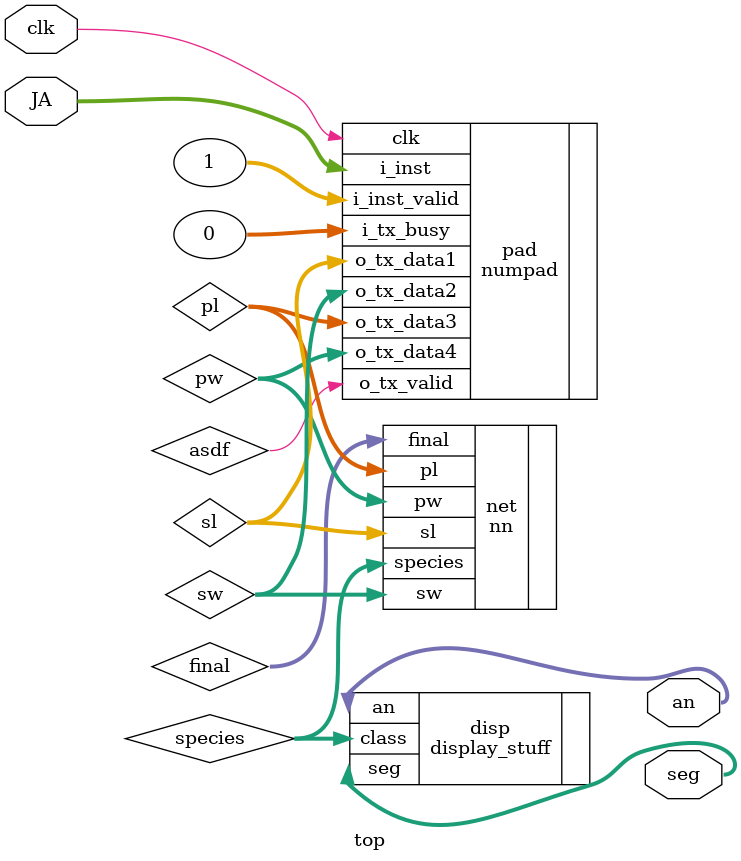
<source format=v>
`timescale 1ns / 1ps
module top(
    input clk,
    inout [7:0] JA,
    output [3:0] an,
    output [7:0] seg
    );

wire [3:0] sl, sw, pl, pw;


wire [3:0] species;
wire [31:0] final;
wire asdf;


numpad pad(
        .o_tx_data1(sl),
        .o_tx_data2(sw),
        .o_tx_data3(pl),
        .o_tx_data4(pw),
        .o_tx_valid(asdf),
        .clk(clk),
        .i_tx_busy(0),
        .i_inst(JA),
        .i_inst_valid(1)
        );

nn net(
    .sl(sl),
    .sw(sw),
    .pl(pl),
    .pw(pw),
    .species(species),
    .final(final)
    );
    
display_stuff disp(
        .class(species),
        .seg(seg),
        .an(an)
        );


endmodule

</source>
